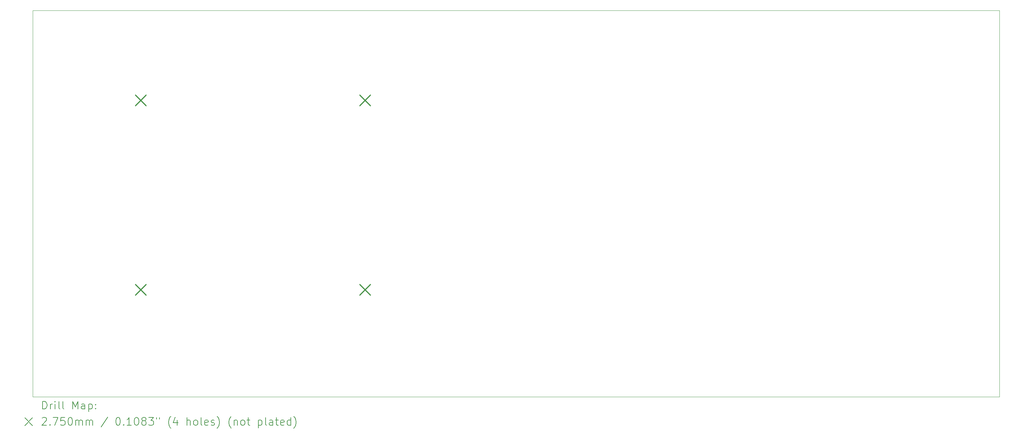
<source format=gbr>
%TF.GenerationSoftware,KiCad,Pcbnew,9.0.3*%
%TF.CreationDate,2025-07-15T13:26:19-05:00*%
%TF.ProjectId,Garden PCB,47617264-656e-4205-9043-422e6b696361,rev?*%
%TF.SameCoordinates,Original*%
%TF.FileFunction,Drillmap*%
%TF.FilePolarity,Positive*%
%FSLAX45Y45*%
G04 Gerber Fmt 4.5, Leading zero omitted, Abs format (unit mm)*
G04 Created by KiCad (PCBNEW 9.0.3) date 2025-07-15 13:26:19*
%MOMM*%
%LPD*%
G01*
G04 APERTURE LIST*
%ADD10C,0.050000*%
%ADD11C,0.200000*%
%ADD12C,0.275000*%
G04 APERTURE END LIST*
D10*
X5605000Y-7290000D02*
X30605000Y-7290000D01*
X30605000Y-17290000D01*
X5605000Y-17290000D01*
X5605000Y-7290000D01*
D11*
D12*
X8262500Y-9477500D02*
X8537500Y-9752500D01*
X8537500Y-9477500D02*
X8262500Y-9752500D01*
X8262500Y-14377500D02*
X8537500Y-14652500D01*
X8537500Y-14377500D02*
X8262500Y-14652500D01*
X14062500Y-9477500D02*
X14337500Y-9752500D01*
X14337500Y-9477500D02*
X14062500Y-9752500D01*
X14062500Y-14377500D02*
X14337500Y-14652500D01*
X14337500Y-14377500D02*
X14062500Y-14652500D01*
D11*
X5863277Y-17603984D02*
X5863277Y-17403984D01*
X5863277Y-17403984D02*
X5910896Y-17403984D01*
X5910896Y-17403984D02*
X5939467Y-17413508D01*
X5939467Y-17413508D02*
X5958515Y-17432555D01*
X5958515Y-17432555D02*
X5968039Y-17451603D01*
X5968039Y-17451603D02*
X5977562Y-17489698D01*
X5977562Y-17489698D02*
X5977562Y-17518270D01*
X5977562Y-17518270D02*
X5968039Y-17556365D01*
X5968039Y-17556365D02*
X5958515Y-17575412D01*
X5958515Y-17575412D02*
X5939467Y-17594460D01*
X5939467Y-17594460D02*
X5910896Y-17603984D01*
X5910896Y-17603984D02*
X5863277Y-17603984D01*
X6063277Y-17603984D02*
X6063277Y-17470650D01*
X6063277Y-17508746D02*
X6072801Y-17489698D01*
X6072801Y-17489698D02*
X6082324Y-17480174D01*
X6082324Y-17480174D02*
X6101372Y-17470650D01*
X6101372Y-17470650D02*
X6120420Y-17470650D01*
X6187086Y-17603984D02*
X6187086Y-17470650D01*
X6187086Y-17403984D02*
X6177562Y-17413508D01*
X6177562Y-17413508D02*
X6187086Y-17423031D01*
X6187086Y-17423031D02*
X6196610Y-17413508D01*
X6196610Y-17413508D02*
X6187086Y-17403984D01*
X6187086Y-17403984D02*
X6187086Y-17423031D01*
X6310896Y-17603984D02*
X6291848Y-17594460D01*
X6291848Y-17594460D02*
X6282324Y-17575412D01*
X6282324Y-17575412D02*
X6282324Y-17403984D01*
X6415658Y-17603984D02*
X6396610Y-17594460D01*
X6396610Y-17594460D02*
X6387086Y-17575412D01*
X6387086Y-17575412D02*
X6387086Y-17403984D01*
X6644229Y-17603984D02*
X6644229Y-17403984D01*
X6644229Y-17403984D02*
X6710896Y-17546841D01*
X6710896Y-17546841D02*
X6777562Y-17403984D01*
X6777562Y-17403984D02*
X6777562Y-17603984D01*
X6958515Y-17603984D02*
X6958515Y-17499222D01*
X6958515Y-17499222D02*
X6948991Y-17480174D01*
X6948991Y-17480174D02*
X6929943Y-17470650D01*
X6929943Y-17470650D02*
X6891848Y-17470650D01*
X6891848Y-17470650D02*
X6872801Y-17480174D01*
X6958515Y-17594460D02*
X6939467Y-17603984D01*
X6939467Y-17603984D02*
X6891848Y-17603984D01*
X6891848Y-17603984D02*
X6872801Y-17594460D01*
X6872801Y-17594460D02*
X6863277Y-17575412D01*
X6863277Y-17575412D02*
X6863277Y-17556365D01*
X6863277Y-17556365D02*
X6872801Y-17537317D01*
X6872801Y-17537317D02*
X6891848Y-17527793D01*
X6891848Y-17527793D02*
X6939467Y-17527793D01*
X6939467Y-17527793D02*
X6958515Y-17518270D01*
X7053753Y-17470650D02*
X7053753Y-17670650D01*
X7053753Y-17480174D02*
X7072801Y-17470650D01*
X7072801Y-17470650D02*
X7110896Y-17470650D01*
X7110896Y-17470650D02*
X7129943Y-17480174D01*
X7129943Y-17480174D02*
X7139467Y-17489698D01*
X7139467Y-17489698D02*
X7148991Y-17508746D01*
X7148991Y-17508746D02*
X7148991Y-17565889D01*
X7148991Y-17565889D02*
X7139467Y-17584936D01*
X7139467Y-17584936D02*
X7129943Y-17594460D01*
X7129943Y-17594460D02*
X7110896Y-17603984D01*
X7110896Y-17603984D02*
X7072801Y-17603984D01*
X7072801Y-17603984D02*
X7053753Y-17594460D01*
X7234705Y-17584936D02*
X7244229Y-17594460D01*
X7244229Y-17594460D02*
X7234705Y-17603984D01*
X7234705Y-17603984D02*
X7225182Y-17594460D01*
X7225182Y-17594460D02*
X7234705Y-17584936D01*
X7234705Y-17584936D02*
X7234705Y-17603984D01*
X7234705Y-17480174D02*
X7244229Y-17489698D01*
X7244229Y-17489698D02*
X7234705Y-17499222D01*
X7234705Y-17499222D02*
X7225182Y-17489698D01*
X7225182Y-17489698D02*
X7234705Y-17480174D01*
X7234705Y-17480174D02*
X7234705Y-17499222D01*
X5402500Y-17832500D02*
X5602500Y-18032500D01*
X5602500Y-17832500D02*
X5402500Y-18032500D01*
X5853753Y-17843031D02*
X5863277Y-17833508D01*
X5863277Y-17833508D02*
X5882324Y-17823984D01*
X5882324Y-17823984D02*
X5929943Y-17823984D01*
X5929943Y-17823984D02*
X5948991Y-17833508D01*
X5948991Y-17833508D02*
X5958515Y-17843031D01*
X5958515Y-17843031D02*
X5968039Y-17862079D01*
X5968039Y-17862079D02*
X5968039Y-17881127D01*
X5968039Y-17881127D02*
X5958515Y-17909698D01*
X5958515Y-17909698D02*
X5844229Y-18023984D01*
X5844229Y-18023984D02*
X5968039Y-18023984D01*
X6053753Y-18004936D02*
X6063277Y-18014460D01*
X6063277Y-18014460D02*
X6053753Y-18023984D01*
X6053753Y-18023984D02*
X6044229Y-18014460D01*
X6044229Y-18014460D02*
X6053753Y-18004936D01*
X6053753Y-18004936D02*
X6053753Y-18023984D01*
X6129943Y-17823984D02*
X6263277Y-17823984D01*
X6263277Y-17823984D02*
X6177562Y-18023984D01*
X6434705Y-17823984D02*
X6339467Y-17823984D01*
X6339467Y-17823984D02*
X6329943Y-17919222D01*
X6329943Y-17919222D02*
X6339467Y-17909698D01*
X6339467Y-17909698D02*
X6358515Y-17900174D01*
X6358515Y-17900174D02*
X6406134Y-17900174D01*
X6406134Y-17900174D02*
X6425182Y-17909698D01*
X6425182Y-17909698D02*
X6434705Y-17919222D01*
X6434705Y-17919222D02*
X6444229Y-17938270D01*
X6444229Y-17938270D02*
X6444229Y-17985889D01*
X6444229Y-17985889D02*
X6434705Y-18004936D01*
X6434705Y-18004936D02*
X6425182Y-18014460D01*
X6425182Y-18014460D02*
X6406134Y-18023984D01*
X6406134Y-18023984D02*
X6358515Y-18023984D01*
X6358515Y-18023984D02*
X6339467Y-18014460D01*
X6339467Y-18014460D02*
X6329943Y-18004936D01*
X6568039Y-17823984D02*
X6587086Y-17823984D01*
X6587086Y-17823984D02*
X6606134Y-17833508D01*
X6606134Y-17833508D02*
X6615658Y-17843031D01*
X6615658Y-17843031D02*
X6625182Y-17862079D01*
X6625182Y-17862079D02*
X6634705Y-17900174D01*
X6634705Y-17900174D02*
X6634705Y-17947793D01*
X6634705Y-17947793D02*
X6625182Y-17985889D01*
X6625182Y-17985889D02*
X6615658Y-18004936D01*
X6615658Y-18004936D02*
X6606134Y-18014460D01*
X6606134Y-18014460D02*
X6587086Y-18023984D01*
X6587086Y-18023984D02*
X6568039Y-18023984D01*
X6568039Y-18023984D02*
X6548991Y-18014460D01*
X6548991Y-18014460D02*
X6539467Y-18004936D01*
X6539467Y-18004936D02*
X6529943Y-17985889D01*
X6529943Y-17985889D02*
X6520420Y-17947793D01*
X6520420Y-17947793D02*
X6520420Y-17900174D01*
X6520420Y-17900174D02*
X6529943Y-17862079D01*
X6529943Y-17862079D02*
X6539467Y-17843031D01*
X6539467Y-17843031D02*
X6548991Y-17833508D01*
X6548991Y-17833508D02*
X6568039Y-17823984D01*
X6720420Y-18023984D02*
X6720420Y-17890650D01*
X6720420Y-17909698D02*
X6729943Y-17900174D01*
X6729943Y-17900174D02*
X6748991Y-17890650D01*
X6748991Y-17890650D02*
X6777563Y-17890650D01*
X6777563Y-17890650D02*
X6796610Y-17900174D01*
X6796610Y-17900174D02*
X6806134Y-17919222D01*
X6806134Y-17919222D02*
X6806134Y-18023984D01*
X6806134Y-17919222D02*
X6815658Y-17900174D01*
X6815658Y-17900174D02*
X6834705Y-17890650D01*
X6834705Y-17890650D02*
X6863277Y-17890650D01*
X6863277Y-17890650D02*
X6882324Y-17900174D01*
X6882324Y-17900174D02*
X6891848Y-17919222D01*
X6891848Y-17919222D02*
X6891848Y-18023984D01*
X6987086Y-18023984D02*
X6987086Y-17890650D01*
X6987086Y-17909698D02*
X6996610Y-17900174D01*
X6996610Y-17900174D02*
X7015658Y-17890650D01*
X7015658Y-17890650D02*
X7044229Y-17890650D01*
X7044229Y-17890650D02*
X7063277Y-17900174D01*
X7063277Y-17900174D02*
X7072801Y-17919222D01*
X7072801Y-17919222D02*
X7072801Y-18023984D01*
X7072801Y-17919222D02*
X7082324Y-17900174D01*
X7082324Y-17900174D02*
X7101372Y-17890650D01*
X7101372Y-17890650D02*
X7129943Y-17890650D01*
X7129943Y-17890650D02*
X7148991Y-17900174D01*
X7148991Y-17900174D02*
X7158515Y-17919222D01*
X7158515Y-17919222D02*
X7158515Y-18023984D01*
X7548991Y-17814460D02*
X7377563Y-18071603D01*
X7806134Y-17823984D02*
X7825182Y-17823984D01*
X7825182Y-17823984D02*
X7844229Y-17833508D01*
X7844229Y-17833508D02*
X7853753Y-17843031D01*
X7853753Y-17843031D02*
X7863277Y-17862079D01*
X7863277Y-17862079D02*
X7872801Y-17900174D01*
X7872801Y-17900174D02*
X7872801Y-17947793D01*
X7872801Y-17947793D02*
X7863277Y-17985889D01*
X7863277Y-17985889D02*
X7853753Y-18004936D01*
X7853753Y-18004936D02*
X7844229Y-18014460D01*
X7844229Y-18014460D02*
X7825182Y-18023984D01*
X7825182Y-18023984D02*
X7806134Y-18023984D01*
X7806134Y-18023984D02*
X7787086Y-18014460D01*
X7787086Y-18014460D02*
X7777563Y-18004936D01*
X7777563Y-18004936D02*
X7768039Y-17985889D01*
X7768039Y-17985889D02*
X7758515Y-17947793D01*
X7758515Y-17947793D02*
X7758515Y-17900174D01*
X7758515Y-17900174D02*
X7768039Y-17862079D01*
X7768039Y-17862079D02*
X7777563Y-17843031D01*
X7777563Y-17843031D02*
X7787086Y-17833508D01*
X7787086Y-17833508D02*
X7806134Y-17823984D01*
X7958515Y-18004936D02*
X7968039Y-18014460D01*
X7968039Y-18014460D02*
X7958515Y-18023984D01*
X7958515Y-18023984D02*
X7948991Y-18014460D01*
X7948991Y-18014460D02*
X7958515Y-18004936D01*
X7958515Y-18004936D02*
X7958515Y-18023984D01*
X8158515Y-18023984D02*
X8044229Y-18023984D01*
X8101372Y-18023984D02*
X8101372Y-17823984D01*
X8101372Y-17823984D02*
X8082325Y-17852555D01*
X8082325Y-17852555D02*
X8063277Y-17871603D01*
X8063277Y-17871603D02*
X8044229Y-17881127D01*
X8282325Y-17823984D02*
X8301372Y-17823984D01*
X8301372Y-17823984D02*
X8320420Y-17833508D01*
X8320420Y-17833508D02*
X8329944Y-17843031D01*
X8329944Y-17843031D02*
X8339467Y-17862079D01*
X8339467Y-17862079D02*
X8348991Y-17900174D01*
X8348991Y-17900174D02*
X8348991Y-17947793D01*
X8348991Y-17947793D02*
X8339467Y-17985889D01*
X8339467Y-17985889D02*
X8329944Y-18004936D01*
X8329944Y-18004936D02*
X8320420Y-18014460D01*
X8320420Y-18014460D02*
X8301372Y-18023984D01*
X8301372Y-18023984D02*
X8282325Y-18023984D01*
X8282325Y-18023984D02*
X8263277Y-18014460D01*
X8263277Y-18014460D02*
X8253753Y-18004936D01*
X8253753Y-18004936D02*
X8244229Y-17985889D01*
X8244229Y-17985889D02*
X8234706Y-17947793D01*
X8234706Y-17947793D02*
X8234706Y-17900174D01*
X8234706Y-17900174D02*
X8244229Y-17862079D01*
X8244229Y-17862079D02*
X8253753Y-17843031D01*
X8253753Y-17843031D02*
X8263277Y-17833508D01*
X8263277Y-17833508D02*
X8282325Y-17823984D01*
X8463277Y-17909698D02*
X8444229Y-17900174D01*
X8444229Y-17900174D02*
X8434706Y-17890650D01*
X8434706Y-17890650D02*
X8425182Y-17871603D01*
X8425182Y-17871603D02*
X8425182Y-17862079D01*
X8425182Y-17862079D02*
X8434706Y-17843031D01*
X8434706Y-17843031D02*
X8444229Y-17833508D01*
X8444229Y-17833508D02*
X8463277Y-17823984D01*
X8463277Y-17823984D02*
X8501372Y-17823984D01*
X8501372Y-17823984D02*
X8520420Y-17833508D01*
X8520420Y-17833508D02*
X8529944Y-17843031D01*
X8529944Y-17843031D02*
X8539468Y-17862079D01*
X8539468Y-17862079D02*
X8539468Y-17871603D01*
X8539468Y-17871603D02*
X8529944Y-17890650D01*
X8529944Y-17890650D02*
X8520420Y-17900174D01*
X8520420Y-17900174D02*
X8501372Y-17909698D01*
X8501372Y-17909698D02*
X8463277Y-17909698D01*
X8463277Y-17909698D02*
X8444229Y-17919222D01*
X8444229Y-17919222D02*
X8434706Y-17928746D01*
X8434706Y-17928746D02*
X8425182Y-17947793D01*
X8425182Y-17947793D02*
X8425182Y-17985889D01*
X8425182Y-17985889D02*
X8434706Y-18004936D01*
X8434706Y-18004936D02*
X8444229Y-18014460D01*
X8444229Y-18014460D02*
X8463277Y-18023984D01*
X8463277Y-18023984D02*
X8501372Y-18023984D01*
X8501372Y-18023984D02*
X8520420Y-18014460D01*
X8520420Y-18014460D02*
X8529944Y-18004936D01*
X8529944Y-18004936D02*
X8539468Y-17985889D01*
X8539468Y-17985889D02*
X8539468Y-17947793D01*
X8539468Y-17947793D02*
X8529944Y-17928746D01*
X8529944Y-17928746D02*
X8520420Y-17919222D01*
X8520420Y-17919222D02*
X8501372Y-17909698D01*
X8606134Y-17823984D02*
X8729944Y-17823984D01*
X8729944Y-17823984D02*
X8663277Y-17900174D01*
X8663277Y-17900174D02*
X8691849Y-17900174D01*
X8691849Y-17900174D02*
X8710896Y-17909698D01*
X8710896Y-17909698D02*
X8720420Y-17919222D01*
X8720420Y-17919222D02*
X8729944Y-17938270D01*
X8729944Y-17938270D02*
X8729944Y-17985889D01*
X8729944Y-17985889D02*
X8720420Y-18004936D01*
X8720420Y-18004936D02*
X8710896Y-18014460D01*
X8710896Y-18014460D02*
X8691849Y-18023984D01*
X8691849Y-18023984D02*
X8634706Y-18023984D01*
X8634706Y-18023984D02*
X8615658Y-18014460D01*
X8615658Y-18014460D02*
X8606134Y-18004936D01*
X8806134Y-17823984D02*
X8806134Y-17862079D01*
X8882325Y-17823984D02*
X8882325Y-17862079D01*
X9177563Y-18100174D02*
X9168039Y-18090650D01*
X9168039Y-18090650D02*
X9148991Y-18062079D01*
X9148991Y-18062079D02*
X9139468Y-18043031D01*
X9139468Y-18043031D02*
X9129944Y-18014460D01*
X9129944Y-18014460D02*
X9120420Y-17966841D01*
X9120420Y-17966841D02*
X9120420Y-17928746D01*
X9120420Y-17928746D02*
X9129944Y-17881127D01*
X9129944Y-17881127D02*
X9139468Y-17852555D01*
X9139468Y-17852555D02*
X9148991Y-17833508D01*
X9148991Y-17833508D02*
X9168039Y-17804936D01*
X9168039Y-17804936D02*
X9177563Y-17795412D01*
X9339468Y-17890650D02*
X9339468Y-18023984D01*
X9291849Y-17814460D02*
X9244230Y-17957317D01*
X9244230Y-17957317D02*
X9368039Y-17957317D01*
X9596611Y-18023984D02*
X9596611Y-17823984D01*
X9682325Y-18023984D02*
X9682325Y-17919222D01*
X9682325Y-17919222D02*
X9672801Y-17900174D01*
X9672801Y-17900174D02*
X9653753Y-17890650D01*
X9653753Y-17890650D02*
X9625182Y-17890650D01*
X9625182Y-17890650D02*
X9606134Y-17900174D01*
X9606134Y-17900174D02*
X9596611Y-17909698D01*
X9806134Y-18023984D02*
X9787087Y-18014460D01*
X9787087Y-18014460D02*
X9777563Y-18004936D01*
X9777563Y-18004936D02*
X9768039Y-17985889D01*
X9768039Y-17985889D02*
X9768039Y-17928746D01*
X9768039Y-17928746D02*
X9777563Y-17909698D01*
X9777563Y-17909698D02*
X9787087Y-17900174D01*
X9787087Y-17900174D02*
X9806134Y-17890650D01*
X9806134Y-17890650D02*
X9834706Y-17890650D01*
X9834706Y-17890650D02*
X9853753Y-17900174D01*
X9853753Y-17900174D02*
X9863277Y-17909698D01*
X9863277Y-17909698D02*
X9872801Y-17928746D01*
X9872801Y-17928746D02*
X9872801Y-17985889D01*
X9872801Y-17985889D02*
X9863277Y-18004936D01*
X9863277Y-18004936D02*
X9853753Y-18014460D01*
X9853753Y-18014460D02*
X9834706Y-18023984D01*
X9834706Y-18023984D02*
X9806134Y-18023984D01*
X9987087Y-18023984D02*
X9968039Y-18014460D01*
X9968039Y-18014460D02*
X9958515Y-17995412D01*
X9958515Y-17995412D02*
X9958515Y-17823984D01*
X10139468Y-18014460D02*
X10120420Y-18023984D01*
X10120420Y-18023984D02*
X10082325Y-18023984D01*
X10082325Y-18023984D02*
X10063277Y-18014460D01*
X10063277Y-18014460D02*
X10053753Y-17995412D01*
X10053753Y-17995412D02*
X10053753Y-17919222D01*
X10053753Y-17919222D02*
X10063277Y-17900174D01*
X10063277Y-17900174D02*
X10082325Y-17890650D01*
X10082325Y-17890650D02*
X10120420Y-17890650D01*
X10120420Y-17890650D02*
X10139468Y-17900174D01*
X10139468Y-17900174D02*
X10148992Y-17919222D01*
X10148992Y-17919222D02*
X10148992Y-17938270D01*
X10148992Y-17938270D02*
X10053753Y-17957317D01*
X10225182Y-18014460D02*
X10244230Y-18023984D01*
X10244230Y-18023984D02*
X10282325Y-18023984D01*
X10282325Y-18023984D02*
X10301373Y-18014460D01*
X10301373Y-18014460D02*
X10310896Y-17995412D01*
X10310896Y-17995412D02*
X10310896Y-17985889D01*
X10310896Y-17985889D02*
X10301373Y-17966841D01*
X10301373Y-17966841D02*
X10282325Y-17957317D01*
X10282325Y-17957317D02*
X10253753Y-17957317D01*
X10253753Y-17957317D02*
X10234706Y-17947793D01*
X10234706Y-17947793D02*
X10225182Y-17928746D01*
X10225182Y-17928746D02*
X10225182Y-17919222D01*
X10225182Y-17919222D02*
X10234706Y-17900174D01*
X10234706Y-17900174D02*
X10253753Y-17890650D01*
X10253753Y-17890650D02*
X10282325Y-17890650D01*
X10282325Y-17890650D02*
X10301373Y-17900174D01*
X10377563Y-18100174D02*
X10387087Y-18090650D01*
X10387087Y-18090650D02*
X10406134Y-18062079D01*
X10406134Y-18062079D02*
X10415658Y-18043031D01*
X10415658Y-18043031D02*
X10425182Y-18014460D01*
X10425182Y-18014460D02*
X10434706Y-17966841D01*
X10434706Y-17966841D02*
X10434706Y-17928746D01*
X10434706Y-17928746D02*
X10425182Y-17881127D01*
X10425182Y-17881127D02*
X10415658Y-17852555D01*
X10415658Y-17852555D02*
X10406134Y-17833508D01*
X10406134Y-17833508D02*
X10387087Y-17804936D01*
X10387087Y-17804936D02*
X10377563Y-17795412D01*
X10739468Y-18100174D02*
X10729944Y-18090650D01*
X10729944Y-18090650D02*
X10710896Y-18062079D01*
X10710896Y-18062079D02*
X10701373Y-18043031D01*
X10701373Y-18043031D02*
X10691849Y-18014460D01*
X10691849Y-18014460D02*
X10682325Y-17966841D01*
X10682325Y-17966841D02*
X10682325Y-17928746D01*
X10682325Y-17928746D02*
X10691849Y-17881127D01*
X10691849Y-17881127D02*
X10701373Y-17852555D01*
X10701373Y-17852555D02*
X10710896Y-17833508D01*
X10710896Y-17833508D02*
X10729944Y-17804936D01*
X10729944Y-17804936D02*
X10739468Y-17795412D01*
X10815658Y-17890650D02*
X10815658Y-18023984D01*
X10815658Y-17909698D02*
X10825182Y-17900174D01*
X10825182Y-17900174D02*
X10844230Y-17890650D01*
X10844230Y-17890650D02*
X10872801Y-17890650D01*
X10872801Y-17890650D02*
X10891849Y-17900174D01*
X10891849Y-17900174D02*
X10901373Y-17919222D01*
X10901373Y-17919222D02*
X10901373Y-18023984D01*
X11025182Y-18023984D02*
X11006134Y-18014460D01*
X11006134Y-18014460D02*
X10996611Y-18004936D01*
X10996611Y-18004936D02*
X10987087Y-17985889D01*
X10987087Y-17985889D02*
X10987087Y-17928746D01*
X10987087Y-17928746D02*
X10996611Y-17909698D01*
X10996611Y-17909698D02*
X11006134Y-17900174D01*
X11006134Y-17900174D02*
X11025182Y-17890650D01*
X11025182Y-17890650D02*
X11053754Y-17890650D01*
X11053754Y-17890650D02*
X11072801Y-17900174D01*
X11072801Y-17900174D02*
X11082325Y-17909698D01*
X11082325Y-17909698D02*
X11091849Y-17928746D01*
X11091849Y-17928746D02*
X11091849Y-17985889D01*
X11091849Y-17985889D02*
X11082325Y-18004936D01*
X11082325Y-18004936D02*
X11072801Y-18014460D01*
X11072801Y-18014460D02*
X11053754Y-18023984D01*
X11053754Y-18023984D02*
X11025182Y-18023984D01*
X11148992Y-17890650D02*
X11225182Y-17890650D01*
X11177563Y-17823984D02*
X11177563Y-17995412D01*
X11177563Y-17995412D02*
X11187087Y-18014460D01*
X11187087Y-18014460D02*
X11206134Y-18023984D01*
X11206134Y-18023984D02*
X11225182Y-18023984D01*
X11444230Y-17890650D02*
X11444230Y-18090650D01*
X11444230Y-17900174D02*
X11463277Y-17890650D01*
X11463277Y-17890650D02*
X11501373Y-17890650D01*
X11501373Y-17890650D02*
X11520420Y-17900174D01*
X11520420Y-17900174D02*
X11529944Y-17909698D01*
X11529944Y-17909698D02*
X11539468Y-17928746D01*
X11539468Y-17928746D02*
X11539468Y-17985889D01*
X11539468Y-17985889D02*
X11529944Y-18004936D01*
X11529944Y-18004936D02*
X11520420Y-18014460D01*
X11520420Y-18014460D02*
X11501373Y-18023984D01*
X11501373Y-18023984D02*
X11463277Y-18023984D01*
X11463277Y-18023984D02*
X11444230Y-18014460D01*
X11653753Y-18023984D02*
X11634706Y-18014460D01*
X11634706Y-18014460D02*
X11625182Y-17995412D01*
X11625182Y-17995412D02*
X11625182Y-17823984D01*
X11815658Y-18023984D02*
X11815658Y-17919222D01*
X11815658Y-17919222D02*
X11806134Y-17900174D01*
X11806134Y-17900174D02*
X11787087Y-17890650D01*
X11787087Y-17890650D02*
X11748992Y-17890650D01*
X11748992Y-17890650D02*
X11729944Y-17900174D01*
X11815658Y-18014460D02*
X11796611Y-18023984D01*
X11796611Y-18023984D02*
X11748992Y-18023984D01*
X11748992Y-18023984D02*
X11729944Y-18014460D01*
X11729944Y-18014460D02*
X11720420Y-17995412D01*
X11720420Y-17995412D02*
X11720420Y-17976365D01*
X11720420Y-17976365D02*
X11729944Y-17957317D01*
X11729944Y-17957317D02*
X11748992Y-17947793D01*
X11748992Y-17947793D02*
X11796611Y-17947793D01*
X11796611Y-17947793D02*
X11815658Y-17938270D01*
X11882325Y-17890650D02*
X11958515Y-17890650D01*
X11910896Y-17823984D02*
X11910896Y-17995412D01*
X11910896Y-17995412D02*
X11920420Y-18014460D01*
X11920420Y-18014460D02*
X11939468Y-18023984D01*
X11939468Y-18023984D02*
X11958515Y-18023984D01*
X12101373Y-18014460D02*
X12082325Y-18023984D01*
X12082325Y-18023984D02*
X12044230Y-18023984D01*
X12044230Y-18023984D02*
X12025182Y-18014460D01*
X12025182Y-18014460D02*
X12015658Y-17995412D01*
X12015658Y-17995412D02*
X12015658Y-17919222D01*
X12015658Y-17919222D02*
X12025182Y-17900174D01*
X12025182Y-17900174D02*
X12044230Y-17890650D01*
X12044230Y-17890650D02*
X12082325Y-17890650D01*
X12082325Y-17890650D02*
X12101373Y-17900174D01*
X12101373Y-17900174D02*
X12110896Y-17919222D01*
X12110896Y-17919222D02*
X12110896Y-17938270D01*
X12110896Y-17938270D02*
X12015658Y-17957317D01*
X12282325Y-18023984D02*
X12282325Y-17823984D01*
X12282325Y-18014460D02*
X12263277Y-18023984D01*
X12263277Y-18023984D02*
X12225182Y-18023984D01*
X12225182Y-18023984D02*
X12206134Y-18014460D01*
X12206134Y-18014460D02*
X12196611Y-18004936D01*
X12196611Y-18004936D02*
X12187087Y-17985889D01*
X12187087Y-17985889D02*
X12187087Y-17928746D01*
X12187087Y-17928746D02*
X12196611Y-17909698D01*
X12196611Y-17909698D02*
X12206134Y-17900174D01*
X12206134Y-17900174D02*
X12225182Y-17890650D01*
X12225182Y-17890650D02*
X12263277Y-17890650D01*
X12263277Y-17890650D02*
X12282325Y-17900174D01*
X12358515Y-18100174D02*
X12368039Y-18090650D01*
X12368039Y-18090650D02*
X12387087Y-18062079D01*
X12387087Y-18062079D02*
X12396611Y-18043031D01*
X12396611Y-18043031D02*
X12406134Y-18014460D01*
X12406134Y-18014460D02*
X12415658Y-17966841D01*
X12415658Y-17966841D02*
X12415658Y-17928746D01*
X12415658Y-17928746D02*
X12406134Y-17881127D01*
X12406134Y-17881127D02*
X12396611Y-17852555D01*
X12396611Y-17852555D02*
X12387087Y-17833508D01*
X12387087Y-17833508D02*
X12368039Y-17804936D01*
X12368039Y-17804936D02*
X12358515Y-17795412D01*
M02*

</source>
